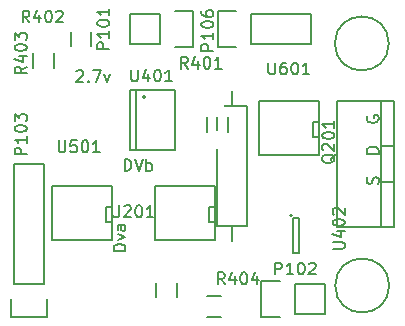
<source format=gto>
G04 #@! TF.FileFunction,Legend,Top*
%FSLAX46Y46*%
G04 Gerber Fmt 4.6, Leading zero omitted, Abs format (unit mm)*
G04 Created by KiCad (PCBNEW (2015-04-09 BZR 5589)-product) date Wednesday, 15 April 2015 07:54:32 pm*
%MOMM*%
G01*
G04 APERTURE LIST*
%ADD10C,0.150000*%
%ADD11R,2.032000X2.032000*%
%ADD12O,2.032000X2.032000*%
%ADD13R,2.032000X1.727200*%
%ADD14O,2.032000X1.727200*%
%ADD15R,1.727200X2.032000*%
%ADD16O,1.727200X2.032000*%
%ADD17C,1.501140*%
%ADD18O,2.499360X1.501140*%
%ADD19C,1.998980*%
%ADD20R,1.300000X1.500000*%
%ADD21R,1.500000X1.300000*%
%ADD22R,0.508000X1.143000*%
%ADD23O,1.473200X0.609600*%
%ADD24R,1.060000X0.650000*%
%ADD25C,4.064000*%
G04 APERTURE END LIST*
D10*
X156210000Y-97790000D02*
X153670000Y-97790000D01*
X159030000Y-98070000D02*
X157480000Y-98070000D01*
X156210000Y-97790000D02*
X156210000Y-95250000D01*
X157480000Y-94970000D02*
X159030000Y-94970000D01*
X159030000Y-94970000D02*
X159030000Y-98070000D01*
X156210000Y-95250000D02*
X153670000Y-95250000D01*
X153670000Y-95250000D02*
X153670000Y-97790000D01*
X167640000Y-118110000D02*
X170180000Y-118110000D01*
X164820000Y-117830000D02*
X166370000Y-117830000D01*
X167640000Y-118110000D02*
X167640000Y-120650000D01*
X166370000Y-120930000D02*
X164820000Y-120930000D01*
X164820000Y-120930000D02*
X164820000Y-117830000D01*
X167640000Y-120650000D02*
X170180000Y-120650000D01*
X170180000Y-120650000D02*
X170180000Y-118110000D01*
X146685600Y-119380000D02*
X146685600Y-120930000D01*
X146685600Y-120930000D02*
X143585600Y-120930000D01*
X143585600Y-120930000D02*
X143585600Y-119380000D01*
X143865600Y-118110000D02*
X143865600Y-107950000D01*
X143865600Y-107950000D02*
X146405600Y-107950000D01*
X146405600Y-107950000D02*
X146405600Y-118110000D01*
X143865600Y-118110000D02*
X146405600Y-118110000D01*
X163982400Y-97790000D02*
X169062400Y-97790000D01*
X169062400Y-97790000D02*
X169062400Y-95250000D01*
X169062400Y-95250000D02*
X163982400Y-95250000D01*
X161162400Y-94970000D02*
X162712400Y-94970000D01*
X163982400Y-95250000D02*
X163982400Y-97790000D01*
X162712400Y-98070000D02*
X161162400Y-98070000D01*
X161162400Y-98070000D02*
X161162400Y-94970000D01*
X176072800Y-106426000D02*
X174929800Y-106426000D01*
X176072800Y-109474000D02*
X174929800Y-109474000D01*
X174929800Y-113284000D02*
X171246800Y-113284000D01*
X171246800Y-113284000D02*
X171246800Y-102616000D01*
X171246800Y-102616000D02*
X174929800Y-102616000D01*
X176072800Y-113284000D02*
X174929800Y-113284000D01*
X174929800Y-113284000D02*
X174929800Y-102616000D01*
X174929800Y-102616000D02*
X176072800Y-102616000D01*
X176072800Y-107950000D02*
X176072800Y-102616000D01*
X176072800Y-107950000D02*
X176072800Y-113284000D01*
X163576000Y-103073200D02*
X161036000Y-103073200D01*
X161036000Y-103073200D02*
X161036000Y-113233200D01*
X161036000Y-113233200D02*
X163576000Y-113233200D01*
X163576000Y-113233200D02*
X163576000Y-103073200D01*
X162306000Y-114503200D02*
X162306000Y-113233200D01*
X162306000Y-101803200D02*
X162306000Y-103073200D01*
X161961800Y-103997200D02*
X161961800Y-105197200D01*
X160211800Y-105197200D02*
X160211800Y-103997200D01*
X148680200Y-97958200D02*
X148680200Y-96758200D01*
X150430200Y-96758200D02*
X150430200Y-97958200D01*
X145505200Y-99787000D02*
X145505200Y-98587000D01*
X147255200Y-98587000D02*
X147255200Y-99787000D01*
X160182000Y-119114600D02*
X161382000Y-119114600D01*
X161382000Y-120864600D02*
X160182000Y-120864600D01*
X157643800Y-118018000D02*
X157643800Y-119218000D01*
X155893800Y-119218000D02*
X155893800Y-118018000D01*
X160883600Y-114350800D02*
X155803600Y-114350800D01*
X155803600Y-114350800D02*
X155803600Y-109778800D01*
X155803600Y-109778800D02*
X160883600Y-109778800D01*
X160883600Y-109778800D02*
X160883600Y-114350800D01*
X160883600Y-112826800D02*
X160375600Y-112826800D01*
X160375600Y-112826800D02*
X160375600Y-111556800D01*
X160375600Y-111556800D02*
X160883600Y-111556800D01*
X155003500Y-102298500D02*
G75*
G03X155003500Y-102298500I-127000J0D01*
G01*
X154241500Y-101663500D02*
X154241500Y-106743500D01*
X157543500Y-101663500D02*
X157543500Y-106743500D01*
X153733500Y-101663500D02*
X153733500Y-106743500D01*
X153733500Y-101663500D02*
X157543500Y-101663500D01*
X153733500Y-106743500D02*
X157543500Y-106743500D01*
X167441600Y-112295200D02*
G75*
G03X167441600Y-112295200I-100000J0D01*
G01*
X167991600Y-112545200D02*
X167491600Y-112545200D01*
X167991600Y-115445200D02*
X167991600Y-112545200D01*
X167491600Y-115445200D02*
X167991600Y-115445200D01*
X167491600Y-112545200D02*
X167491600Y-115445200D01*
X152146000Y-114401600D02*
X147066000Y-114401600D01*
X147066000Y-114401600D02*
X147066000Y-109829600D01*
X147066000Y-109829600D02*
X152146000Y-109829600D01*
X152146000Y-109829600D02*
X152146000Y-114401600D01*
X152146000Y-112877600D02*
X151638000Y-112877600D01*
X151638000Y-112877600D02*
X151638000Y-111607600D01*
X151638000Y-111607600D02*
X152146000Y-111607600D01*
X169672000Y-107188000D02*
X164592000Y-107188000D01*
X164592000Y-107188000D02*
X164592000Y-102616000D01*
X164592000Y-102616000D02*
X169672000Y-102616000D01*
X169672000Y-102616000D02*
X169672000Y-107188000D01*
X169672000Y-105664000D02*
X169164000Y-105664000D01*
X169164000Y-105664000D02*
X169164000Y-104394000D01*
X169164000Y-104394000D02*
X169672000Y-104394000D01*
X175615600Y-97739200D02*
G75*
G03X175615600Y-97739200I-2286000J0D01*
G01*
X175641000Y-118237000D02*
G75*
G03X175641000Y-118237000I-2286000J0D01*
G01*
X151932381Y-98210476D02*
X150932381Y-98210476D01*
X150932381Y-97829523D01*
X150980000Y-97734285D01*
X151027619Y-97686666D01*
X151122857Y-97639047D01*
X151265714Y-97639047D01*
X151360952Y-97686666D01*
X151408571Y-97734285D01*
X151456190Y-97829523D01*
X151456190Y-98210476D01*
X151932381Y-96686666D02*
X151932381Y-97258095D01*
X151932381Y-96972381D02*
X150932381Y-96972381D01*
X151075238Y-97067619D01*
X151170476Y-97162857D01*
X151218095Y-97258095D01*
X150932381Y-96067619D02*
X150932381Y-95972380D01*
X150980000Y-95877142D01*
X151027619Y-95829523D01*
X151122857Y-95781904D01*
X151313333Y-95734285D01*
X151551429Y-95734285D01*
X151741905Y-95781904D01*
X151837143Y-95829523D01*
X151884762Y-95877142D01*
X151932381Y-95972380D01*
X151932381Y-96067619D01*
X151884762Y-96162857D01*
X151837143Y-96210476D01*
X151741905Y-96258095D01*
X151551429Y-96305714D01*
X151313333Y-96305714D01*
X151122857Y-96258095D01*
X151027619Y-96210476D01*
X150980000Y-96162857D01*
X150932381Y-96067619D01*
X151932381Y-94781904D02*
X151932381Y-95353333D01*
X151932381Y-95067619D02*
X150932381Y-95067619D01*
X151075238Y-95162857D01*
X151170476Y-95258095D01*
X151218095Y-95353333D01*
X166000324Y-117292381D02*
X166000324Y-116292381D01*
X166381277Y-116292381D01*
X166476515Y-116340000D01*
X166524134Y-116387619D01*
X166571753Y-116482857D01*
X166571753Y-116625714D01*
X166524134Y-116720952D01*
X166476515Y-116768571D01*
X166381277Y-116816190D01*
X166000324Y-116816190D01*
X167524134Y-117292381D02*
X166952705Y-117292381D01*
X167238419Y-117292381D02*
X167238419Y-116292381D01*
X167143181Y-116435238D01*
X167047943Y-116530476D01*
X166952705Y-116578095D01*
X168143181Y-116292381D02*
X168238420Y-116292381D01*
X168333658Y-116340000D01*
X168381277Y-116387619D01*
X168428896Y-116482857D01*
X168476515Y-116673333D01*
X168476515Y-116911429D01*
X168428896Y-117101905D01*
X168381277Y-117197143D01*
X168333658Y-117244762D01*
X168238420Y-117292381D01*
X168143181Y-117292381D01*
X168047943Y-117244762D01*
X168000324Y-117197143D01*
X167952705Y-117101905D01*
X167905086Y-116911429D01*
X167905086Y-116673333D01*
X167952705Y-116482857D01*
X168000324Y-116387619D01*
X168047943Y-116340000D01*
X168143181Y-116292381D01*
X168857467Y-116387619D02*
X168905086Y-116340000D01*
X169000324Y-116292381D01*
X169238420Y-116292381D01*
X169333658Y-116340000D01*
X169381277Y-116387619D01*
X169428896Y-116482857D01*
X169428896Y-116578095D01*
X169381277Y-116720952D01*
X168809848Y-117292381D01*
X169428896Y-117292381D01*
X144952981Y-107138576D02*
X143952981Y-107138576D01*
X143952981Y-106757623D01*
X144000600Y-106662385D01*
X144048219Y-106614766D01*
X144143457Y-106567147D01*
X144286314Y-106567147D01*
X144381552Y-106614766D01*
X144429171Y-106662385D01*
X144476790Y-106757623D01*
X144476790Y-107138576D01*
X144952981Y-105614766D02*
X144952981Y-106186195D01*
X144952981Y-105900481D02*
X143952981Y-105900481D01*
X144095838Y-105995719D01*
X144191076Y-106090957D01*
X144238695Y-106186195D01*
X143952981Y-104995719D02*
X143952981Y-104900480D01*
X144000600Y-104805242D01*
X144048219Y-104757623D01*
X144143457Y-104710004D01*
X144333933Y-104662385D01*
X144572029Y-104662385D01*
X144762505Y-104710004D01*
X144857743Y-104757623D01*
X144905362Y-104805242D01*
X144952981Y-104900480D01*
X144952981Y-104995719D01*
X144905362Y-105090957D01*
X144857743Y-105138576D01*
X144762505Y-105186195D01*
X144572029Y-105233814D01*
X144333933Y-105233814D01*
X144143457Y-105186195D01*
X144048219Y-105138576D01*
X144000600Y-105090957D01*
X143952981Y-104995719D01*
X143952981Y-104329052D02*
X143952981Y-103710004D01*
X144333933Y-104043338D01*
X144333933Y-103900480D01*
X144381552Y-103805242D01*
X144429171Y-103757623D01*
X144524410Y-103710004D01*
X144762505Y-103710004D01*
X144857743Y-103757623D01*
X144905362Y-103805242D01*
X144952981Y-103900480D01*
X144952981Y-104186195D01*
X144905362Y-104281433D01*
X144857743Y-104329052D01*
X160751781Y-98337476D02*
X159751781Y-98337476D01*
X159751781Y-97956523D01*
X159799400Y-97861285D01*
X159847019Y-97813666D01*
X159942257Y-97766047D01*
X160085114Y-97766047D01*
X160180352Y-97813666D01*
X160227971Y-97861285D01*
X160275590Y-97956523D01*
X160275590Y-98337476D01*
X160751781Y-96813666D02*
X160751781Y-97385095D01*
X160751781Y-97099381D02*
X159751781Y-97099381D01*
X159894638Y-97194619D01*
X159989876Y-97289857D01*
X160037495Y-97385095D01*
X159751781Y-96194619D02*
X159751781Y-96099380D01*
X159799400Y-96004142D01*
X159847019Y-95956523D01*
X159942257Y-95908904D01*
X160132733Y-95861285D01*
X160370829Y-95861285D01*
X160561305Y-95908904D01*
X160656543Y-95956523D01*
X160704162Y-96004142D01*
X160751781Y-96099380D01*
X160751781Y-96194619D01*
X160704162Y-96289857D01*
X160656543Y-96337476D01*
X160561305Y-96385095D01*
X160370829Y-96432714D01*
X160132733Y-96432714D01*
X159942257Y-96385095D01*
X159847019Y-96337476D01*
X159799400Y-96289857D01*
X159751781Y-96194619D01*
X159751781Y-95004142D02*
X159751781Y-95194619D01*
X159799400Y-95289857D01*
X159847019Y-95337476D01*
X159989876Y-95432714D01*
X160180352Y-95480333D01*
X160561305Y-95480333D01*
X160656543Y-95432714D01*
X160704162Y-95385095D01*
X160751781Y-95289857D01*
X160751781Y-95099380D01*
X160704162Y-95004142D01*
X160656543Y-94956523D01*
X160561305Y-94908904D01*
X160323210Y-94908904D01*
X160227971Y-94956523D01*
X160180352Y-95004142D01*
X160132733Y-95099380D01*
X160132733Y-95289857D01*
X160180352Y-95385095D01*
X160227971Y-95432714D01*
X160323210Y-95480333D01*
X153238343Y-108529381D02*
X153238343Y-107529381D01*
X153476438Y-107529381D01*
X153619296Y-107577000D01*
X153714534Y-107672238D01*
X153762153Y-107767476D01*
X153809772Y-107957952D01*
X153809772Y-108100810D01*
X153762153Y-108291286D01*
X153714534Y-108386524D01*
X153619296Y-108481762D01*
X153476438Y-108529381D01*
X153238343Y-108529381D01*
X154095486Y-107529381D02*
X154428819Y-108529381D01*
X154762153Y-107529381D01*
X155095486Y-108529381D02*
X155095486Y-107529381D01*
X155095486Y-107910333D02*
X155190724Y-107862714D01*
X155381201Y-107862714D01*
X155476439Y-107910333D01*
X155524058Y-107957952D01*
X155571677Y-108053190D01*
X155571677Y-108338905D01*
X155524058Y-108434143D01*
X155476439Y-108481762D01*
X155381201Y-108529381D01*
X155190724Y-108529381D01*
X155095486Y-108481762D01*
X153309581Y-115293638D02*
X152309581Y-115293638D01*
X152309581Y-115055543D01*
X152357200Y-114912685D01*
X152452438Y-114817447D01*
X152547676Y-114769828D01*
X152738152Y-114722209D01*
X152881010Y-114722209D01*
X153071486Y-114769828D01*
X153166724Y-114817447D01*
X153261962Y-114912685D01*
X153309581Y-115055543D01*
X153309581Y-115293638D01*
X152642914Y-114388876D02*
X153309581Y-114150781D01*
X152642914Y-113912685D01*
X153309581Y-113103161D02*
X152785771Y-113103161D01*
X152690533Y-113150780D01*
X152642914Y-113246018D01*
X152642914Y-113436495D01*
X152690533Y-113531733D01*
X153261962Y-113103161D02*
X153309581Y-113198399D01*
X153309581Y-113436495D01*
X153261962Y-113531733D01*
X153166724Y-113579352D01*
X153071486Y-113579352D01*
X152976248Y-113531733D01*
X152928629Y-113436495D01*
X152928629Y-113198399D01*
X152881010Y-113103161D01*
X149164848Y-100106219D02*
X149212467Y-100058600D01*
X149307705Y-100010981D01*
X149545801Y-100010981D01*
X149641039Y-100058600D01*
X149688658Y-100106219D01*
X149736277Y-100201457D01*
X149736277Y-100296695D01*
X149688658Y-100439552D01*
X149117229Y-101010981D01*
X149736277Y-101010981D01*
X150164848Y-100915743D02*
X150212467Y-100963362D01*
X150164848Y-101010981D01*
X150117229Y-100963362D01*
X150164848Y-100915743D01*
X150164848Y-101010981D01*
X150545800Y-100010981D02*
X151212467Y-100010981D01*
X150783895Y-101010981D01*
X151498181Y-100344314D02*
X151736276Y-101010981D01*
X151974372Y-100344314D01*
X171083219Y-107118019D02*
X171035600Y-107213257D01*
X170940362Y-107308495D01*
X170797505Y-107451352D01*
X170749886Y-107546591D01*
X170749886Y-107641829D01*
X170987981Y-107594210D02*
X170940362Y-107689448D01*
X170845124Y-107784686D01*
X170654648Y-107832305D01*
X170321314Y-107832305D01*
X170130838Y-107784686D01*
X170035600Y-107689448D01*
X169987981Y-107594210D01*
X169987981Y-107403733D01*
X170035600Y-107308495D01*
X170130838Y-107213257D01*
X170321314Y-107165638D01*
X170654648Y-107165638D01*
X170845124Y-107213257D01*
X170940362Y-107308495D01*
X170987981Y-107403733D01*
X170987981Y-107594210D01*
X170083219Y-106784686D02*
X170035600Y-106737067D01*
X169987981Y-106641829D01*
X169987981Y-106403733D01*
X170035600Y-106308495D01*
X170083219Y-106260876D01*
X170178457Y-106213257D01*
X170273695Y-106213257D01*
X170416552Y-106260876D01*
X170987981Y-106832305D01*
X170987981Y-106213257D01*
X169987981Y-105594210D02*
X169987981Y-105498971D01*
X170035600Y-105403733D01*
X170083219Y-105356114D01*
X170178457Y-105308495D01*
X170368933Y-105260876D01*
X170607029Y-105260876D01*
X170797505Y-105308495D01*
X170892743Y-105356114D01*
X170940362Y-105403733D01*
X170987981Y-105498971D01*
X170987981Y-105594210D01*
X170940362Y-105689448D01*
X170892743Y-105737067D01*
X170797505Y-105784686D01*
X170607029Y-105832305D01*
X170368933Y-105832305D01*
X170178457Y-105784686D01*
X170083219Y-105737067D01*
X170035600Y-105689448D01*
X169987981Y-105594210D01*
X170987981Y-104308495D02*
X170987981Y-104879924D01*
X170987981Y-104594210D02*
X169987981Y-104594210D01*
X170130838Y-104689448D01*
X170226076Y-104784686D01*
X170273695Y-104879924D01*
X174699562Y-109632714D02*
X174747181Y-109489857D01*
X174747181Y-109251761D01*
X174699562Y-109156523D01*
X174651943Y-109108904D01*
X174556705Y-109061285D01*
X174461467Y-109061285D01*
X174366229Y-109108904D01*
X174318610Y-109156523D01*
X174270990Y-109251761D01*
X174223371Y-109442238D01*
X174175752Y-109537476D01*
X174128133Y-109585095D01*
X174032895Y-109632714D01*
X173937657Y-109632714D01*
X173842419Y-109585095D01*
X173794800Y-109537476D01*
X173747181Y-109442238D01*
X173747181Y-109204142D01*
X173794800Y-109061285D01*
X174747181Y-107068905D02*
X173747181Y-107068905D01*
X173747181Y-106830810D01*
X173794800Y-106687952D01*
X173890038Y-106592714D01*
X173985276Y-106545095D01*
X174175752Y-106497476D01*
X174318610Y-106497476D01*
X174509086Y-106545095D01*
X174604324Y-106592714D01*
X174699562Y-106687952D01*
X174747181Y-106830810D01*
X174747181Y-107068905D01*
X173794800Y-103878095D02*
X173747181Y-103973333D01*
X173747181Y-104116190D01*
X173794800Y-104259048D01*
X173890038Y-104354286D01*
X173985276Y-104401905D01*
X174175752Y-104449524D01*
X174318610Y-104449524D01*
X174509086Y-104401905D01*
X174604324Y-104354286D01*
X174699562Y-104259048D01*
X174747181Y-104116190D01*
X174747181Y-104020952D01*
X174699562Y-103878095D01*
X174651943Y-103830476D01*
X174318610Y-103830476D01*
X174318610Y-104020952D01*
X158596153Y-99867981D02*
X158262819Y-99391790D01*
X158024724Y-99867981D02*
X158024724Y-98867981D01*
X158405677Y-98867981D01*
X158500915Y-98915600D01*
X158548534Y-98963219D01*
X158596153Y-99058457D01*
X158596153Y-99201314D01*
X158548534Y-99296552D01*
X158500915Y-99344171D01*
X158405677Y-99391790D01*
X158024724Y-99391790D01*
X159453296Y-99201314D02*
X159453296Y-99867981D01*
X159215200Y-98820362D02*
X158977105Y-99534648D01*
X159596153Y-99534648D01*
X160167581Y-98867981D02*
X160262820Y-98867981D01*
X160358058Y-98915600D01*
X160405677Y-98963219D01*
X160453296Y-99058457D01*
X160500915Y-99248933D01*
X160500915Y-99487029D01*
X160453296Y-99677505D01*
X160405677Y-99772743D01*
X160358058Y-99820362D01*
X160262820Y-99867981D01*
X160167581Y-99867981D01*
X160072343Y-99820362D01*
X160024724Y-99772743D01*
X159977105Y-99677505D01*
X159929486Y-99487029D01*
X159929486Y-99248933D01*
X159977105Y-99058457D01*
X160024724Y-98963219D01*
X160072343Y-98915600D01*
X160167581Y-98867981D01*
X161453296Y-99867981D02*
X160881867Y-99867981D01*
X161167581Y-99867981D02*
X161167581Y-98867981D01*
X161072343Y-99010838D01*
X160977105Y-99106076D01*
X160881867Y-99153695D01*
X145172253Y-95956381D02*
X144838919Y-95480190D01*
X144600824Y-95956381D02*
X144600824Y-94956381D01*
X144981777Y-94956381D01*
X145077015Y-95004000D01*
X145124634Y-95051619D01*
X145172253Y-95146857D01*
X145172253Y-95289714D01*
X145124634Y-95384952D01*
X145077015Y-95432571D01*
X144981777Y-95480190D01*
X144600824Y-95480190D01*
X146029396Y-95289714D02*
X146029396Y-95956381D01*
X145791300Y-94908762D02*
X145553205Y-95623048D01*
X146172253Y-95623048D01*
X146743681Y-94956381D02*
X146838920Y-94956381D01*
X146934158Y-95004000D01*
X146981777Y-95051619D01*
X147029396Y-95146857D01*
X147077015Y-95337333D01*
X147077015Y-95575429D01*
X147029396Y-95765905D01*
X146981777Y-95861143D01*
X146934158Y-95908762D01*
X146838920Y-95956381D01*
X146743681Y-95956381D01*
X146648443Y-95908762D01*
X146600824Y-95861143D01*
X146553205Y-95765905D01*
X146505586Y-95575429D01*
X146505586Y-95337333D01*
X146553205Y-95146857D01*
X146600824Y-95051619D01*
X146648443Y-95004000D01*
X146743681Y-94956381D01*
X147457967Y-95051619D02*
X147505586Y-95004000D01*
X147600824Y-94956381D01*
X147838920Y-94956381D01*
X147934158Y-95004000D01*
X147981777Y-95051619D01*
X148029396Y-95146857D01*
X148029396Y-95242095D01*
X147981777Y-95384952D01*
X147410348Y-95956381D01*
X148029396Y-95956381D01*
X144952981Y-99696447D02*
X144476790Y-100029781D01*
X144952981Y-100267876D02*
X143952981Y-100267876D01*
X143952981Y-99886923D01*
X144000600Y-99791685D01*
X144048219Y-99744066D01*
X144143457Y-99696447D01*
X144286314Y-99696447D01*
X144381552Y-99744066D01*
X144429171Y-99791685D01*
X144476790Y-99886923D01*
X144476790Y-100267876D01*
X144286314Y-98839304D02*
X144952981Y-98839304D01*
X143905362Y-99077400D02*
X144619648Y-99315495D01*
X144619648Y-98696447D01*
X143952981Y-98125019D02*
X143952981Y-98029780D01*
X144000600Y-97934542D01*
X144048219Y-97886923D01*
X144143457Y-97839304D01*
X144333933Y-97791685D01*
X144572029Y-97791685D01*
X144762505Y-97839304D01*
X144857743Y-97886923D01*
X144905362Y-97934542D01*
X144952981Y-98029780D01*
X144952981Y-98125019D01*
X144905362Y-98220257D01*
X144857743Y-98267876D01*
X144762505Y-98315495D01*
X144572029Y-98363114D01*
X144333933Y-98363114D01*
X144143457Y-98315495D01*
X144048219Y-98267876D01*
X144000600Y-98220257D01*
X143952981Y-98125019D01*
X143952981Y-97458352D02*
X143952981Y-96839304D01*
X144333933Y-97172638D01*
X144333933Y-97029780D01*
X144381552Y-96934542D01*
X144429171Y-96886923D01*
X144524410Y-96839304D01*
X144762505Y-96839304D01*
X144857743Y-96886923D01*
X144905362Y-96934542D01*
X144952981Y-97029780D01*
X144952981Y-97315495D01*
X144905362Y-97410733D01*
X144857743Y-97458352D01*
X161720353Y-118130581D02*
X161387019Y-117654390D01*
X161148924Y-118130581D02*
X161148924Y-117130581D01*
X161529877Y-117130581D01*
X161625115Y-117178200D01*
X161672734Y-117225819D01*
X161720353Y-117321057D01*
X161720353Y-117463914D01*
X161672734Y-117559152D01*
X161625115Y-117606771D01*
X161529877Y-117654390D01*
X161148924Y-117654390D01*
X162577496Y-117463914D02*
X162577496Y-118130581D01*
X162339400Y-117082962D02*
X162101305Y-117797248D01*
X162720353Y-117797248D01*
X163291781Y-117130581D02*
X163387020Y-117130581D01*
X163482258Y-117178200D01*
X163529877Y-117225819D01*
X163577496Y-117321057D01*
X163625115Y-117511533D01*
X163625115Y-117749629D01*
X163577496Y-117940105D01*
X163529877Y-118035343D01*
X163482258Y-118082962D01*
X163387020Y-118130581D01*
X163291781Y-118130581D01*
X163196543Y-118082962D01*
X163148924Y-118035343D01*
X163101305Y-117940105D01*
X163053686Y-117749629D01*
X163053686Y-117511533D01*
X163101305Y-117321057D01*
X163148924Y-117225819D01*
X163196543Y-117178200D01*
X163291781Y-117130581D01*
X164482258Y-117463914D02*
X164482258Y-118130581D01*
X164244162Y-117082962D02*
X164006067Y-117797248D01*
X164625115Y-117797248D01*
X152209714Y-111440981D02*
X152209714Y-112250505D01*
X152257333Y-112345743D01*
X152304952Y-112393362D01*
X152400190Y-112440981D01*
X152590667Y-112440981D01*
X152685905Y-112393362D01*
X152733524Y-112345743D01*
X152781143Y-112250505D01*
X152781143Y-111440981D01*
X153209714Y-111536219D02*
X153257333Y-111488600D01*
X153352571Y-111440981D01*
X153590667Y-111440981D01*
X153685905Y-111488600D01*
X153733524Y-111536219D01*
X153781143Y-111631457D01*
X153781143Y-111726695D01*
X153733524Y-111869552D01*
X153162095Y-112440981D01*
X153781143Y-112440981D01*
X154400190Y-111440981D02*
X154495429Y-111440981D01*
X154590667Y-111488600D01*
X154638286Y-111536219D01*
X154685905Y-111631457D01*
X154733524Y-111821933D01*
X154733524Y-112060029D01*
X154685905Y-112250505D01*
X154638286Y-112345743D01*
X154590667Y-112393362D01*
X154495429Y-112440981D01*
X154400190Y-112440981D01*
X154304952Y-112393362D01*
X154257333Y-112345743D01*
X154209714Y-112250505D01*
X154162095Y-112060029D01*
X154162095Y-111821933D01*
X154209714Y-111631457D01*
X154257333Y-111536219D01*
X154304952Y-111488600D01*
X154400190Y-111440981D01*
X155685905Y-112440981D02*
X155114476Y-112440981D01*
X155400190Y-112440981D02*
X155400190Y-111440981D01*
X155304952Y-111583838D01*
X155209714Y-111679076D01*
X155114476Y-111726695D01*
X153784514Y-99960181D02*
X153784514Y-100769705D01*
X153832133Y-100864943D01*
X153879752Y-100912562D01*
X153974990Y-100960181D01*
X154165467Y-100960181D01*
X154260705Y-100912562D01*
X154308324Y-100864943D01*
X154355943Y-100769705D01*
X154355943Y-99960181D01*
X155260705Y-100293514D02*
X155260705Y-100960181D01*
X155022609Y-99912562D02*
X154784514Y-100626848D01*
X155403562Y-100626848D01*
X155974990Y-99960181D02*
X156070229Y-99960181D01*
X156165467Y-100007800D01*
X156213086Y-100055419D01*
X156260705Y-100150657D01*
X156308324Y-100341133D01*
X156308324Y-100579229D01*
X156260705Y-100769705D01*
X156213086Y-100864943D01*
X156165467Y-100912562D01*
X156070229Y-100960181D01*
X155974990Y-100960181D01*
X155879752Y-100912562D01*
X155832133Y-100864943D01*
X155784514Y-100769705D01*
X155736895Y-100579229D01*
X155736895Y-100341133D01*
X155784514Y-100150657D01*
X155832133Y-100055419D01*
X155879752Y-100007800D01*
X155974990Y-99960181D01*
X157260705Y-100960181D02*
X156689276Y-100960181D01*
X156974990Y-100960181D02*
X156974990Y-99960181D01*
X156879752Y-100103038D01*
X156784514Y-100198276D01*
X156689276Y-100245895D01*
X170864281Y-115137986D02*
X171673805Y-115137986D01*
X171769043Y-115090367D01*
X171816662Y-115042748D01*
X171864281Y-114947510D01*
X171864281Y-114757033D01*
X171816662Y-114661795D01*
X171769043Y-114614176D01*
X171673805Y-114566557D01*
X170864281Y-114566557D01*
X171197614Y-113661795D02*
X171864281Y-113661795D01*
X170816662Y-113899891D02*
X171530948Y-114137986D01*
X171530948Y-113518938D01*
X170864281Y-112947510D02*
X170864281Y-112852271D01*
X170911900Y-112757033D01*
X170959519Y-112709414D01*
X171054757Y-112661795D01*
X171245233Y-112614176D01*
X171483329Y-112614176D01*
X171673805Y-112661795D01*
X171769043Y-112709414D01*
X171816662Y-112757033D01*
X171864281Y-112852271D01*
X171864281Y-112947510D01*
X171816662Y-113042748D01*
X171769043Y-113090367D01*
X171673805Y-113137986D01*
X171483329Y-113185605D01*
X171245233Y-113185605D01*
X171054757Y-113137986D01*
X170959519Y-113090367D01*
X170911900Y-113042748D01*
X170864281Y-112947510D01*
X170959519Y-112233224D02*
X170911900Y-112185605D01*
X170864281Y-112090367D01*
X170864281Y-111852271D01*
X170911900Y-111757033D01*
X170959519Y-111709414D01*
X171054757Y-111661795D01*
X171149995Y-111661795D01*
X171292852Y-111709414D01*
X171864281Y-112280843D01*
X171864281Y-111661795D01*
X147650414Y-105954581D02*
X147650414Y-106764105D01*
X147698033Y-106859343D01*
X147745652Y-106906962D01*
X147840890Y-106954581D01*
X148031367Y-106954581D01*
X148126605Y-106906962D01*
X148174224Y-106859343D01*
X148221843Y-106764105D01*
X148221843Y-105954581D01*
X149174224Y-105954581D02*
X148698033Y-105954581D01*
X148650414Y-106430771D01*
X148698033Y-106383152D01*
X148793271Y-106335533D01*
X149031367Y-106335533D01*
X149126605Y-106383152D01*
X149174224Y-106430771D01*
X149221843Y-106526010D01*
X149221843Y-106764105D01*
X149174224Y-106859343D01*
X149126605Y-106906962D01*
X149031367Y-106954581D01*
X148793271Y-106954581D01*
X148698033Y-106906962D01*
X148650414Y-106859343D01*
X149840890Y-105954581D02*
X149936129Y-105954581D01*
X150031367Y-106002200D01*
X150078986Y-106049819D01*
X150126605Y-106145057D01*
X150174224Y-106335533D01*
X150174224Y-106573629D01*
X150126605Y-106764105D01*
X150078986Y-106859343D01*
X150031367Y-106906962D01*
X149936129Y-106954581D01*
X149840890Y-106954581D01*
X149745652Y-106906962D01*
X149698033Y-106859343D01*
X149650414Y-106764105D01*
X149602795Y-106573629D01*
X149602795Y-106335533D01*
X149650414Y-106145057D01*
X149698033Y-106049819D01*
X149745652Y-106002200D01*
X149840890Y-105954581D01*
X151126605Y-106954581D02*
X150555176Y-106954581D01*
X150840890Y-106954581D02*
X150840890Y-105954581D01*
X150745652Y-106097438D01*
X150650414Y-106192676D01*
X150555176Y-106240295D01*
X165417714Y-99354381D02*
X165417714Y-100163905D01*
X165465333Y-100259143D01*
X165512952Y-100306762D01*
X165608190Y-100354381D01*
X165798667Y-100354381D01*
X165893905Y-100306762D01*
X165941524Y-100259143D01*
X165989143Y-100163905D01*
X165989143Y-99354381D01*
X166893905Y-99354381D02*
X166703428Y-99354381D01*
X166608190Y-99402000D01*
X166560571Y-99449619D01*
X166465333Y-99592476D01*
X166417714Y-99782952D01*
X166417714Y-100163905D01*
X166465333Y-100259143D01*
X166512952Y-100306762D01*
X166608190Y-100354381D01*
X166798667Y-100354381D01*
X166893905Y-100306762D01*
X166941524Y-100259143D01*
X166989143Y-100163905D01*
X166989143Y-99925810D01*
X166941524Y-99830571D01*
X166893905Y-99782952D01*
X166798667Y-99735333D01*
X166608190Y-99735333D01*
X166512952Y-99782952D01*
X166465333Y-99830571D01*
X166417714Y-99925810D01*
X167608190Y-99354381D02*
X167703429Y-99354381D01*
X167798667Y-99402000D01*
X167846286Y-99449619D01*
X167893905Y-99544857D01*
X167941524Y-99735333D01*
X167941524Y-99973429D01*
X167893905Y-100163905D01*
X167846286Y-100259143D01*
X167798667Y-100306762D01*
X167703429Y-100354381D01*
X167608190Y-100354381D01*
X167512952Y-100306762D01*
X167465333Y-100259143D01*
X167417714Y-100163905D01*
X167370095Y-99973429D01*
X167370095Y-99735333D01*
X167417714Y-99544857D01*
X167465333Y-99449619D01*
X167512952Y-99402000D01*
X167608190Y-99354381D01*
X168893905Y-100354381D02*
X168322476Y-100354381D01*
X168608190Y-100354381D02*
X168608190Y-99354381D01*
X168512952Y-99497238D01*
X168417714Y-99592476D01*
X168322476Y-99640095D01*
%LPC*%
D11*
X157480000Y-96520000D03*
D12*
X154940000Y-96520000D03*
D11*
X166370000Y-119380000D03*
D12*
X168910000Y-119380000D03*
D13*
X145135600Y-119380000D03*
D14*
X145135600Y-116840000D03*
X145135600Y-114300000D03*
X145135600Y-111760000D03*
X145135600Y-109220000D03*
D15*
X162712400Y-96520000D03*
D16*
X165252400Y-96520000D03*
X167792400Y-96520000D03*
D17*
X154686000Y-109982000D03*
X173075600Y-114503200D03*
X152958800Y-116586000D03*
X159969200Y-117297200D03*
X149352000Y-102311200D03*
D18*
X173024800Y-107950000D03*
X173024800Y-105410000D03*
X173024800Y-110490000D03*
D19*
X162306000Y-100653200D03*
X162306000Y-115653200D03*
D20*
X161086800Y-105947200D03*
X161086800Y-103247200D03*
X149555200Y-96008200D03*
X149555200Y-98708200D03*
X146380200Y-97837000D03*
X146380200Y-100537000D03*
D21*
X162132000Y-119989600D03*
X159432000Y-119989600D03*
D20*
X156768800Y-119968000D03*
X156768800Y-117268000D03*
D22*
X160248600Y-115239800D03*
X158978600Y-115239800D03*
X157708600Y-115239800D03*
X156438600Y-115239800D03*
X156438600Y-108889800D03*
X157708600Y-108889800D03*
X158978600Y-108889800D03*
X160248600Y-108889800D03*
D23*
X152844500Y-102298500D03*
X152844500Y-103568500D03*
X152844500Y-104838500D03*
X152844500Y-106108500D03*
X158432500Y-106108500D03*
X158432500Y-104838500D03*
X158432500Y-103568500D03*
X158432500Y-102298500D03*
D24*
X166641600Y-113045200D03*
X166641600Y-113995200D03*
X166641600Y-114945200D03*
X168841600Y-114945200D03*
X168841600Y-113045200D03*
X168841600Y-113995200D03*
D22*
X151511000Y-115290600D03*
X150241000Y-115290600D03*
X148971000Y-115290600D03*
X147701000Y-115290600D03*
X147701000Y-108940600D03*
X148971000Y-108940600D03*
X150241000Y-108940600D03*
X151511000Y-108940600D03*
X169037000Y-108077000D03*
X167767000Y-108077000D03*
X166497000Y-108077000D03*
X165227000Y-108077000D03*
X165227000Y-101727000D03*
X166497000Y-101727000D03*
X167767000Y-101727000D03*
X169037000Y-101727000D03*
D25*
X173329600Y-97739200D03*
X173355000Y-118237000D03*
M02*

</source>
